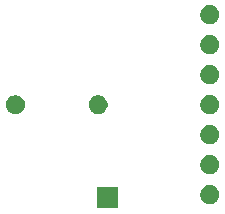
<source format=gbr>
G04 #@! TF.GenerationSoftware,KiCad,Pcbnew,(5.1.5)-3*
G04 #@! TF.CreationDate,2020-12-21T12:38:01+01:00*
G04 #@! TF.ProjectId,epimetheus_tcs34725,6570696d-6574-4686-9575-735f74637333,rev?*
G04 #@! TF.SameCoordinates,Original*
G04 #@! TF.FileFunction,Soldermask,Bot*
G04 #@! TF.FilePolarity,Negative*
%FSLAX46Y46*%
G04 Gerber Fmt 4.6, Leading zero omitted, Abs format (unit mm)*
G04 Created by KiCad (PCBNEW (5.1.5)-3) date 2020-12-21 12:38:01*
%MOMM*%
%LPD*%
G04 APERTURE LIST*
%ADD10C,0.100000*%
G04 APERTURE END LIST*
D10*
G36*
X172097000Y-39763000D02*
G01*
X170295000Y-39763000D01*
X170295000Y-37961000D01*
X172097000Y-37961000D01*
X172097000Y-39763000D01*
G37*
G36*
X180069142Y-37826242D02*
G01*
X180217101Y-37887529D01*
X180350255Y-37976499D01*
X180463501Y-38089745D01*
X180552471Y-38222899D01*
X180613758Y-38370858D01*
X180645000Y-38527925D01*
X180645000Y-38688075D01*
X180613758Y-38845142D01*
X180552471Y-38993101D01*
X180463501Y-39126255D01*
X180350255Y-39239501D01*
X180217101Y-39328471D01*
X180069142Y-39389758D01*
X179912075Y-39421000D01*
X179751925Y-39421000D01*
X179594858Y-39389758D01*
X179446899Y-39328471D01*
X179313745Y-39239501D01*
X179200499Y-39126255D01*
X179111529Y-38993101D01*
X179050242Y-38845142D01*
X179019000Y-38688075D01*
X179019000Y-38527925D01*
X179050242Y-38370858D01*
X179111529Y-38222899D01*
X179200499Y-38089745D01*
X179313745Y-37976499D01*
X179446899Y-37887529D01*
X179594858Y-37826242D01*
X179751925Y-37795000D01*
X179912075Y-37795000D01*
X180069142Y-37826242D01*
G37*
G36*
X180069142Y-35286242D02*
G01*
X180217101Y-35347529D01*
X180350255Y-35436499D01*
X180463501Y-35549745D01*
X180552471Y-35682899D01*
X180613758Y-35830858D01*
X180645000Y-35987925D01*
X180645000Y-36148075D01*
X180613758Y-36305142D01*
X180552471Y-36453101D01*
X180463501Y-36586255D01*
X180350255Y-36699501D01*
X180217101Y-36788471D01*
X180069142Y-36849758D01*
X179912075Y-36881000D01*
X179751925Y-36881000D01*
X179594858Y-36849758D01*
X179446899Y-36788471D01*
X179313745Y-36699501D01*
X179200499Y-36586255D01*
X179111529Y-36453101D01*
X179050242Y-36305142D01*
X179019000Y-36148075D01*
X179019000Y-35987925D01*
X179050242Y-35830858D01*
X179111529Y-35682899D01*
X179200499Y-35549745D01*
X179313745Y-35436499D01*
X179446899Y-35347529D01*
X179594858Y-35286242D01*
X179751925Y-35255000D01*
X179912075Y-35255000D01*
X180069142Y-35286242D01*
G37*
G36*
X180069142Y-32746242D02*
G01*
X180217101Y-32807529D01*
X180350255Y-32896499D01*
X180463501Y-33009745D01*
X180552471Y-33142899D01*
X180613758Y-33290858D01*
X180645000Y-33447925D01*
X180645000Y-33608075D01*
X180613758Y-33765142D01*
X180552471Y-33913101D01*
X180463501Y-34046255D01*
X180350255Y-34159501D01*
X180217101Y-34248471D01*
X180069142Y-34309758D01*
X179912075Y-34341000D01*
X179751925Y-34341000D01*
X179594858Y-34309758D01*
X179446899Y-34248471D01*
X179313745Y-34159501D01*
X179200499Y-34046255D01*
X179111529Y-33913101D01*
X179050242Y-33765142D01*
X179019000Y-33608075D01*
X179019000Y-33447925D01*
X179050242Y-33290858D01*
X179111529Y-33142899D01*
X179200499Y-33009745D01*
X179313745Y-32896499D01*
X179446899Y-32807529D01*
X179594858Y-32746242D01*
X179751925Y-32715000D01*
X179912075Y-32715000D01*
X180069142Y-32746242D01*
G37*
G36*
X180069142Y-30206242D02*
G01*
X180217101Y-30267529D01*
X180350255Y-30356499D01*
X180463501Y-30469745D01*
X180552471Y-30602899D01*
X180613758Y-30750858D01*
X180645000Y-30907925D01*
X180645000Y-31068075D01*
X180613758Y-31225142D01*
X180552471Y-31373101D01*
X180463501Y-31506255D01*
X180350255Y-31619501D01*
X180217101Y-31708471D01*
X180069142Y-31769758D01*
X179912075Y-31801000D01*
X179751925Y-31801000D01*
X179594858Y-31769758D01*
X179446899Y-31708471D01*
X179313745Y-31619501D01*
X179200499Y-31506255D01*
X179111529Y-31373101D01*
X179050242Y-31225142D01*
X179019000Y-31068075D01*
X179019000Y-30907925D01*
X179050242Y-30750858D01*
X179111529Y-30602899D01*
X179200499Y-30469745D01*
X179313745Y-30356499D01*
X179446899Y-30267529D01*
X179594858Y-30206242D01*
X179751925Y-30175000D01*
X179912075Y-30175000D01*
X180069142Y-30206242D01*
G37*
G36*
X170606642Y-30217781D02*
G01*
X170752414Y-30278162D01*
X170752416Y-30278163D01*
X170883608Y-30365822D01*
X170995178Y-30477392D01*
X171079038Y-30602899D01*
X171082838Y-30608586D01*
X171143219Y-30754358D01*
X171174000Y-30909107D01*
X171174000Y-31066893D01*
X171143219Y-31221642D01*
X171082838Y-31367414D01*
X171082837Y-31367416D01*
X170995178Y-31498608D01*
X170883608Y-31610178D01*
X170752416Y-31697837D01*
X170752415Y-31697838D01*
X170752414Y-31697838D01*
X170606642Y-31758219D01*
X170451893Y-31789000D01*
X170294107Y-31789000D01*
X170139358Y-31758219D01*
X169993586Y-31697838D01*
X169993585Y-31697838D01*
X169993584Y-31697837D01*
X169862392Y-31610178D01*
X169750822Y-31498608D01*
X169663163Y-31367416D01*
X169663162Y-31367414D01*
X169602781Y-31221642D01*
X169572000Y-31066893D01*
X169572000Y-30909107D01*
X169602781Y-30754358D01*
X169663162Y-30608586D01*
X169666962Y-30602899D01*
X169750822Y-30477392D01*
X169862392Y-30365822D01*
X169993584Y-30278163D01*
X169993586Y-30278162D01*
X170139358Y-30217781D01*
X170294107Y-30187000D01*
X170451893Y-30187000D01*
X170606642Y-30217781D01*
G37*
G36*
X163606642Y-30217781D02*
G01*
X163752414Y-30278162D01*
X163752416Y-30278163D01*
X163883608Y-30365822D01*
X163995178Y-30477392D01*
X164079038Y-30602899D01*
X164082838Y-30608586D01*
X164143219Y-30754358D01*
X164174000Y-30909107D01*
X164174000Y-31066893D01*
X164143219Y-31221642D01*
X164082838Y-31367414D01*
X164082837Y-31367416D01*
X163995178Y-31498608D01*
X163883608Y-31610178D01*
X163752416Y-31697837D01*
X163752415Y-31697838D01*
X163752414Y-31697838D01*
X163606642Y-31758219D01*
X163451893Y-31789000D01*
X163294107Y-31789000D01*
X163139358Y-31758219D01*
X162993586Y-31697838D01*
X162993585Y-31697838D01*
X162993584Y-31697837D01*
X162862392Y-31610178D01*
X162750822Y-31498608D01*
X162663163Y-31367416D01*
X162663162Y-31367414D01*
X162602781Y-31221642D01*
X162572000Y-31066893D01*
X162572000Y-30909107D01*
X162602781Y-30754358D01*
X162663162Y-30608586D01*
X162666962Y-30602899D01*
X162750822Y-30477392D01*
X162862392Y-30365822D01*
X162993584Y-30278163D01*
X162993586Y-30278162D01*
X163139358Y-30217781D01*
X163294107Y-30187000D01*
X163451893Y-30187000D01*
X163606642Y-30217781D01*
G37*
G36*
X180069142Y-27666242D02*
G01*
X180217101Y-27727529D01*
X180350255Y-27816499D01*
X180463501Y-27929745D01*
X180552471Y-28062899D01*
X180613758Y-28210858D01*
X180645000Y-28367925D01*
X180645000Y-28528075D01*
X180613758Y-28685142D01*
X180552471Y-28833101D01*
X180463501Y-28966255D01*
X180350255Y-29079501D01*
X180217101Y-29168471D01*
X180069142Y-29229758D01*
X179912075Y-29261000D01*
X179751925Y-29261000D01*
X179594858Y-29229758D01*
X179446899Y-29168471D01*
X179313745Y-29079501D01*
X179200499Y-28966255D01*
X179111529Y-28833101D01*
X179050242Y-28685142D01*
X179019000Y-28528075D01*
X179019000Y-28367925D01*
X179050242Y-28210858D01*
X179111529Y-28062899D01*
X179200499Y-27929745D01*
X179313745Y-27816499D01*
X179446899Y-27727529D01*
X179594858Y-27666242D01*
X179751925Y-27635000D01*
X179912075Y-27635000D01*
X180069142Y-27666242D01*
G37*
G36*
X180069142Y-25126242D02*
G01*
X180217101Y-25187529D01*
X180350255Y-25276499D01*
X180463501Y-25389745D01*
X180552471Y-25522899D01*
X180613758Y-25670858D01*
X180645000Y-25827925D01*
X180645000Y-25988075D01*
X180613758Y-26145142D01*
X180552471Y-26293101D01*
X180463501Y-26426255D01*
X180350255Y-26539501D01*
X180217101Y-26628471D01*
X180069142Y-26689758D01*
X179912075Y-26721000D01*
X179751925Y-26721000D01*
X179594858Y-26689758D01*
X179446899Y-26628471D01*
X179313745Y-26539501D01*
X179200499Y-26426255D01*
X179111529Y-26293101D01*
X179050242Y-26145142D01*
X179019000Y-25988075D01*
X179019000Y-25827925D01*
X179050242Y-25670858D01*
X179111529Y-25522899D01*
X179200499Y-25389745D01*
X179313745Y-25276499D01*
X179446899Y-25187529D01*
X179594858Y-25126242D01*
X179751925Y-25095000D01*
X179912075Y-25095000D01*
X180069142Y-25126242D01*
G37*
G36*
X180069142Y-22586242D02*
G01*
X180217101Y-22647529D01*
X180350255Y-22736499D01*
X180463501Y-22849745D01*
X180552471Y-22982899D01*
X180613758Y-23130858D01*
X180645000Y-23287925D01*
X180645000Y-23448075D01*
X180613758Y-23605142D01*
X180552471Y-23753101D01*
X180463501Y-23886255D01*
X180350255Y-23999501D01*
X180217101Y-24088471D01*
X180069142Y-24149758D01*
X179912075Y-24181000D01*
X179751925Y-24181000D01*
X179594858Y-24149758D01*
X179446899Y-24088471D01*
X179313745Y-23999501D01*
X179200499Y-23886255D01*
X179111529Y-23753101D01*
X179050242Y-23605142D01*
X179019000Y-23448075D01*
X179019000Y-23287925D01*
X179050242Y-23130858D01*
X179111529Y-22982899D01*
X179200499Y-22849745D01*
X179313745Y-22736499D01*
X179446899Y-22647529D01*
X179594858Y-22586242D01*
X179751925Y-22555000D01*
X179912075Y-22555000D01*
X180069142Y-22586242D01*
G37*
M02*

</source>
